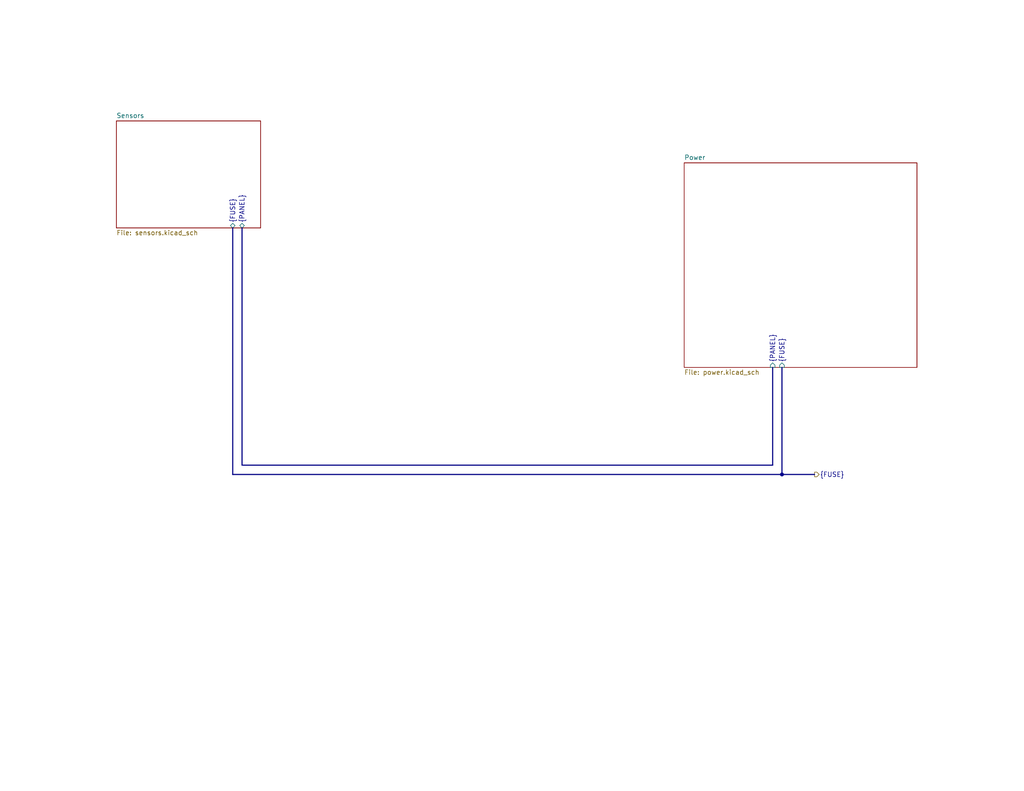
<source format=kicad_sch>
(kicad_sch
	(version 20250114)
	(generator "eeschema")
	(generator_version "9.0")
	(uuid "104e94af-b884-41fd-abe9-cada762d14c5")
	(paper "USLetter")
	(title_block
		(title "RV-7 Electrical")
		(date "2025-08-19")
		(rev "1")
		(company "Ivan Dubrov")
	)
	(lib_symbols)
	(junction
		(at 213.36 129.54)
		(diameter 0)
		(color 0 0 0 0)
		(uuid "b13e5f8d-c915-458b-a671-50107f34a44e")
	)
	(bus
		(pts
			(xy 210.82 127) (xy 66.04 127)
		)
		(stroke
			(width 0)
			(type default)
		)
		(uuid "351c6129-e753-4ba4-a4cb-2b9ec92cef7f")
	)
	(bus
		(pts
			(xy 213.36 129.54) (xy 63.5 129.54)
		)
		(stroke
			(width 0)
			(type default)
		)
		(uuid "48a9fe0f-cf83-4a9f-a7da-b07a968c19bf")
	)
	(bus
		(pts
			(xy 63.5 129.54) (xy 63.5 62.23)
		)
		(stroke
			(width 0)
			(type default)
		)
		(uuid "68adc8f8-f971-415c-9ce2-11cc994e0f90")
	)
	(bus
		(pts
			(xy 66.04 62.23) (xy 66.04 127)
		)
		(stroke
			(width 0)
			(type default)
		)
		(uuid "84c6fd2a-e503-4402-bfa2-7b454e56b57c")
	)
	(bus
		(pts
			(xy 210.82 100.33) (xy 210.82 127)
		)
		(stroke
			(width 0)
			(type default)
		)
		(uuid "8eae45ed-7a1d-4cea-9393-2866e0b5195e")
	)
	(bus
		(pts
			(xy 213.36 100.33) (xy 213.36 129.54)
		)
		(stroke
			(width 0)
			(type default)
		)
		(uuid "9d69cd21-5a6e-421a-9eb1-db7ac74ea68e")
	)
	(bus
		(pts
			(xy 213.36 129.54) (xy 222.25 129.54)
		)
		(stroke
			(width 0)
			(type default)
		)
		(uuid "de3948d8-28ed-42f4-b682-e51cabd62274")
	)
	(hierarchical_label "{FUSE}"
		(shape output)
		(at 222.25 129.54 0)
		(effects
			(font
				(size 1.27 1.27)
			)
			(justify left)
		)
		(uuid "17796ada-e14d-49e9-ac5a-546a459c4df7")
	)
	(sheet
		(at 31.75 33.02)
		(size 39.37 29.21)
		(exclude_from_sim no)
		(in_bom yes)
		(on_board yes)
		(dnp no)
		(fields_autoplaced yes)
		(stroke
			(width 0.1524)
			(type solid)
		)
		(fill
			(color 0 0 0 0.0000)
		)
		(uuid "5c6093c1-7dca-472e-ac55-41fc8c44463f")
		(property "Sheetname" "Sensors"
			(at 31.75 32.3084 0)
			(effects
				(font
					(size 1.27 1.27)
				)
				(justify left bottom)
			)
		)
		(property "Sheetfile" "sensors.kicad_sch"
			(at 31.75 62.8146 0)
			(effects
				(font
					(size 1.27 1.27)
				)
				(justify left top)
			)
		)
		(pin "{FUSE}" bidirectional
			(at 63.5 62.23 270)
			(uuid "970db986-5d25-4cdc-a7a8-bf32e2e73471")
			(effects
				(font
					(size 1.27 1.27)
				)
				(justify left)
			)
		)
		(pin "{PANEL}" bidirectional
			(at 66.04 62.23 270)
			(uuid "5133320f-3959-495c-8a95-f74db13ec712")
			(effects
				(font
					(size 1.27 1.27)
				)
				(justify left)
			)
		)
		(instances
			(project "electrical"
				(path "/8f70a519-989e-4461-b188-ee220b2df3e4/42ef676b-1ef8-420a-9c9c-db5f3a1ea4d7"
					(page "8")
				)
			)
		)
	)
	(sheet
		(at 186.69 44.45)
		(size 63.5 55.88)
		(exclude_from_sim no)
		(in_bom yes)
		(on_board yes)
		(dnp no)
		(fields_autoplaced yes)
		(stroke
			(width 0.1524)
			(type solid)
		)
		(fill
			(color 0 0 0 0.0000)
		)
		(uuid "770ab13f-3db1-4a56-9161-6ab0fc9df86e")
		(property "Sheetname" "Power"
			(at 186.69 43.7384 0)
			(effects
				(font
					(size 1.27 1.27)
				)
				(justify left bottom)
			)
		)
		(property "Sheetfile" "power.kicad_sch"
			(at 186.69 100.9146 0)
			(effects
				(font
					(size 1.27 1.27)
				)
				(justify left top)
			)
		)
		(pin "{FUSE}" input
			(at 213.36 100.33 270)
			(uuid "c584fddd-e99b-4cac-84db-be49937debad")
			(effects
				(font
					(size 1.27 1.27)
				)
				(justify left)
			)
		)
		(pin "{PANEL}" input
			(at 210.82 100.33 270)
			(uuid "1cdfeab6-95e8-4a0d-9c93-d5cae6a1f350")
			(effects
				(font
					(size 1.27 1.27)
				)
				(justify left)
			)
		)
		(instances
			(project "electrical"
				(path "/8f70a519-989e-4461-b188-ee220b2df3e4/42ef676b-1ef8-420a-9c9c-db5f3a1ea4d7"
					(page "9")
				)
			)
		)
	)
)

</source>
